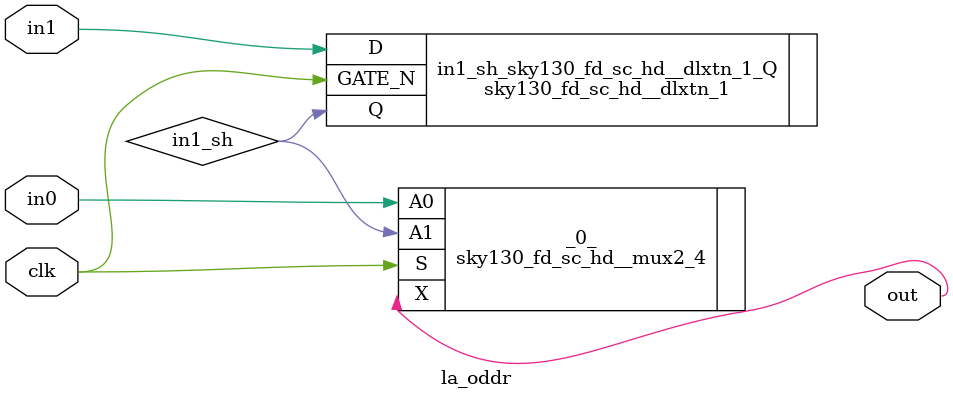
<source format=v>
/* Generated by Yosys 0.37 (git sha1 a5c7f69ed, clang 14.0.0-1ubuntu1.1 -fPIC -Os) */

module la_oddr(clk, in0, in1, out);
  input clk;
  wire clk;
  input in0;
  wire in0;
  input in1;
  wire in1;
  wire in1_sh;
  output out;
  wire out;
  sky130_fd_sc_hd__mux2_4 _0_ (
    .A0(in0),
    .A1(in1_sh),
    .S(clk),
    .X(out)
  );
  sky130_fd_sc_hd__dlxtn_1 in1_sh_sky130_fd_sc_hd__dlxtn_1_Q (
    .D(in1),
    .GATE_N(clk),
    .Q(in1_sh)
  );
endmodule

</source>
